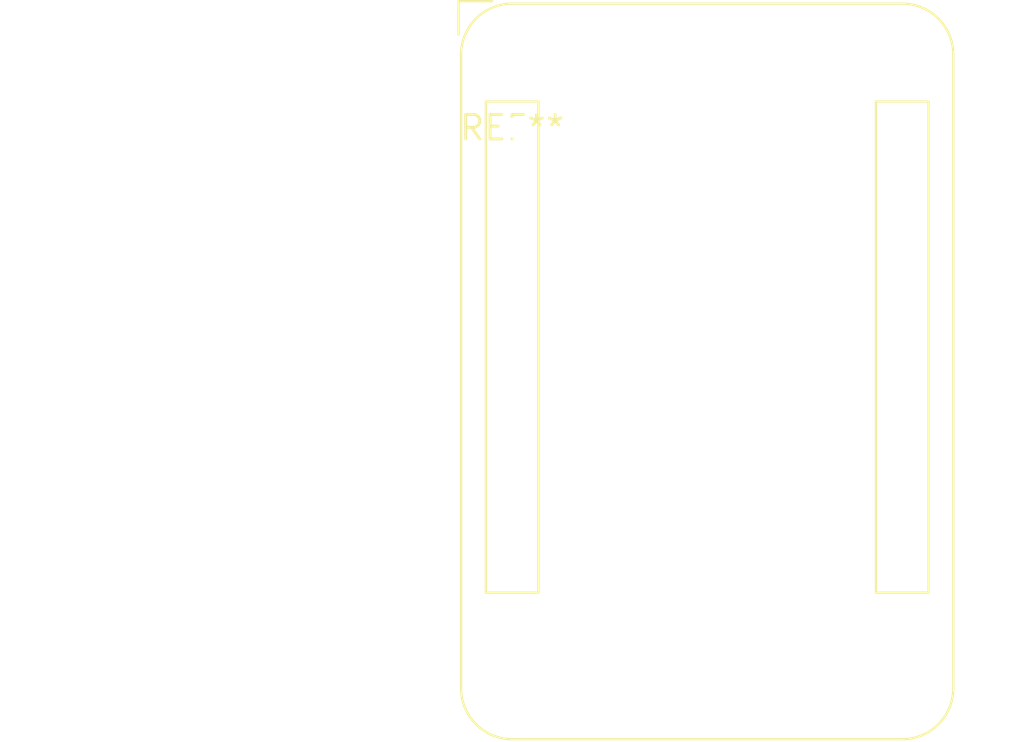
<source format=kicad_pcb>
(kicad_pcb (version 20240108) (generator pcbnew)
  (layers (0 "F.Cu" signal) (31 "B.Cu" signal) (34 "B.Paste" user) (35 "F.Paste" user) (36 "B.SilkS" user "B.Silkscreen") (37 "F.SilkS" user "F.Silkscreen") (38 "B.Mask" user) (39 "F.Mask" user) (44 "Edge.Cuts" user))
  (net 0 "")
  (footprint "Adafruit_HUZZAH_ESP8266_breakout_WithMountingHoles" (layer "F.Cu") (at 0 0)
    (property "Reference" "REF**")
    (property "Value" "Adafruit_HUZZAH_ESP8266_breakout_WithMountingHoles")
    (fp_line (start -2.79 -6.6) (end -1.04 -6.6) (layer "F.SilkS") (stroke (width 0.12)))
    (fp_line (start -2.79 -4.85) (end -2.79 -6.6) (layer "F.SilkS") (stroke (width 0.12)))
    (fp_line (start -2.66 -3.81) (end -2.66 29.21) (layer "F.SilkS") (stroke (width 0.12)))
    (fp_line (start -1.37 -1.37) (end -1.37 24.23) (layer "F.SilkS") (stroke (width 0.12)))
    (fp_line (start -1.37 24.23) (end 1.37 24.23) (layer "F.SilkS") (stroke (width 0.12)))
    (fp_line (start 0 -6.47) (end 20.32 -6.47) (layer "F.SilkS") (stroke (width 0.12)))
    (fp_line (start 0 31.87) (end 20.32 31.87) (layer "F.SilkS") (stroke (width 0.12)))
    (fp_line (start 1.37 -1.37) (end -1.37 -1.37) (layer "F.SilkS") (stroke (width 0.12)))
    (fp_line (start 1.37 24.23) (end 1.37 -1.37) (layer "F.SilkS") (stroke (width 0.12)))
    (fp_line (start 18.95 -1.37) (end 18.95 24.23) (layer "F.SilkS") (stroke (width 0.12)))
    (fp_line (start 18.95 24.23) (end 21.69 24.23) (layer "F.SilkS") (stroke (width 0.12)))
    (fp_line (start 21.69 -1.37) (end 18.95 -1.37) (layer "F.SilkS") (stroke (width 0.12)))
    (fp_line (start 21.69 24.23) (end 21.69 -1.37) (layer "F.SilkS") (stroke (width 0.12)))
    (fp_line (start 22.98 -3.81) (end 22.98 29.21) (layer "F.SilkS") (stroke (width 0.12)))
    (fp_arc (start -2.66 -3.81) (mid -1.880904 -5.690904) (end 0 -6.47) (layer "F.SilkS") (stroke (width 0.12)))
    (fp_arc (start 0 31.87) (mid -1.880904 31.090904) (end -2.66 29.21) (layer "F.SilkS") (stroke (width 0.12)))
    (fp_arc (start 20.32 -6.47) (mid 22.200904 -5.690904) (end 22.98 -3.81) (layer "F.SilkS") (stroke (width 0.12)))
    (fp_arc (start 22.98 29.21) (mid 22.200904 31.090904) (end 20.32 31.87) (layer "F.SilkS") (stroke (width 0.12)))
    (pad "" np_thru_hole circle (at 0 -3.81) (size 2.9 2.9) (drill 2.9) (layers *.Cu *.Mask))
    (pad "" np_thru_hole circle (at 0 29.21) (size 2.9 2.9) (drill 2.9) (layers *.Cu *.Mask))
    (pad "" np_thru_hole circle (at 20.32 -3.81) (size 2.9 2.9) (drill 2.9) (layers *.Cu *.Mask))
    (pad "" np_thru_hole circle (at 20.32 29.21) (size 2.9 2.9) (drill 2.9) (layers *.Cu *.Mask))
    (pad "1" thru_hole rect (at 0 0) (size 2.1 1.9) (drill 1.02) (layers *.Cu *.Mask) (remove_unused_layers))
    (pad "2" thru_hole oval (at 0 2.54) (size 2.1 1.9) (drill 1.02) (layers *.Cu *.Mask) (remove_unused_layers))
    (pad "3" thru_hole oval (at 0 5.08) (size 2.1 1.9) (drill 1.02) (layers *.Cu *.Mask) (remove_unused_layers))
    (pad "4" thru_hole oval (at 0 7.62) (size 2.1 1.9) (drill 1.02) (layers *.Cu *.Mask) (remove_unused_layers))
    (pad "5" thru_hole oval (at 0 10.16) (size 2.1 1.9) (drill 1.02) (layers *.Cu *.Mask) (remove_unused_layers))
    (pad "6" thru_hole oval (at 0 12.7) (size 2.1 1.9) (drill 1.02) (layers *.Cu *.Mask) (remove_unused_layers))
    (pad "7" thru_hole oval (at 0 15.24) (size 2.1 1.9) (drill 1.02) (layers *.Cu *.Mask) (remove_unused_layers))
    (pad "8" thru_hole oval (at 0 17.78) (size 2.1 1.9) (drill 1.02) (layers *.Cu *.Mask) (remove_unused_layers))
    (pad "9" thru_hole oval (at 0 20.32) (size 2.1 1.9) (drill 1.02) (layers *.Cu *.Mask) (remove_unused_layers))
    (pad "10" thru_hole oval (at 0 22.86) (size 2.1 1.9) (drill 1.02) (layers *.Cu *.Mask) (remove_unused_layers))
    (pad "11" thru_hole oval (at 20.32 22.86) (size 2.1 1.9) (drill 1.02) (layers *.Cu *.Mask) (remove_unused_layers))
    (pad "12" thru_hole oval (at 20.32 20.32) (size 2.1 1.9) (drill 1.02) (layers *.Cu *.Mask) (remove_unused_layers))
    (pad "13" thru_hole oval (at 20.32 17.78) (size 2.1 1.9) (drill 1.02) (layers *.Cu *.Mask) (remove_unused_layers))
    (pad "14" thru_hole oval (at 20.32 15.24) (size 2.1 1.9) (drill 1.02) (layers *.Cu *.Mask) (remove_unused_layers))
    (pad "15" thru_hole oval (at 20.32 12.7) (size 2.1 1.9) (drill 1.02) (layers *.Cu *.Mask) (remove_unused_layers))
    (pad "16" thru_hole oval (at 20.32 10.16) (size 2.1 1.9) (drill 1.02) (layers *.Cu *.Mask) (remove_unused_layers))
    (pad "17" thru_hole oval (at 20.32 7.62) (size 2.1 1.9) (drill 1.02) (layers *.Cu *.Mask) (remove_unused_layers))
    (pad "18" thru_hole oval (at 20.32 5.08) (size 2.1 1.9) (drill 1.02) (layers *.Cu *.Mask) (remove_unused_layers))
    (pad "19" thru_hole oval (at 20.32 2.54) (size 2.1 1.9) (drill 1.02) (layers *.Cu *.Mask) (remove_unused_layers))
    (pad "20" thru_hole oval (at 20.32 0) (size 2.1 1.9) (drill 1.02) (layers *.Cu *.Mask) (remove_unused_layers))
  )
)
</source>
